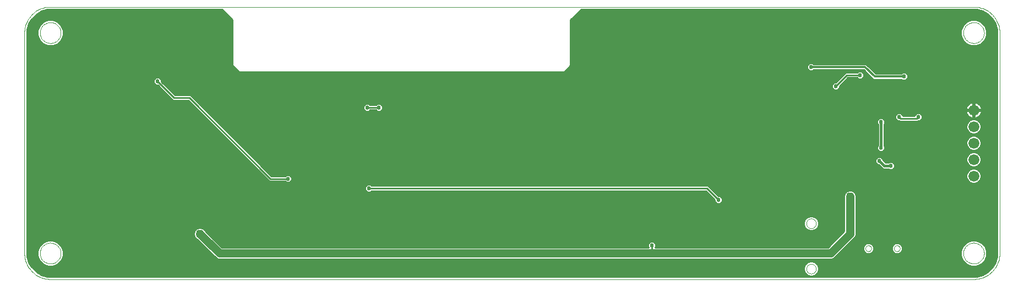
<source format=gbl>
G75*
G70*
%OFA0B0*%
%FSLAX24Y24*%
%IPPOS*%
%LPD*%
%AMOC8*
5,1,8,0,0,1.08239X$1,22.5*
%
%ADD10C,0.0000*%
%ADD11C,0.0660*%
%ADD12C,0.0100*%
%ADD13C,0.0246*%
%ADD14C,0.0500*%
%ADD15C,0.0160*%
%ADD16C,0.0120*%
D10*
X001725Y000937D02*
X057630Y000937D01*
X057000Y002512D02*
X057002Y002562D01*
X057008Y002612D01*
X057018Y002661D01*
X057032Y002709D01*
X057049Y002756D01*
X057070Y002801D01*
X057095Y002845D01*
X057123Y002886D01*
X057155Y002925D01*
X057189Y002962D01*
X057226Y002996D01*
X057266Y003026D01*
X057308Y003053D01*
X057352Y003077D01*
X057398Y003098D01*
X057445Y003114D01*
X057493Y003127D01*
X057543Y003136D01*
X057592Y003141D01*
X057643Y003142D01*
X057693Y003139D01*
X057742Y003132D01*
X057791Y003121D01*
X057839Y003106D01*
X057885Y003088D01*
X057930Y003066D01*
X057973Y003040D01*
X058014Y003011D01*
X058053Y002979D01*
X058089Y002944D01*
X058121Y002906D01*
X058151Y002866D01*
X058178Y002823D01*
X058201Y002779D01*
X058220Y002733D01*
X058236Y002685D01*
X058248Y002636D01*
X058256Y002587D01*
X058260Y002537D01*
X058260Y002487D01*
X058256Y002437D01*
X058248Y002388D01*
X058236Y002339D01*
X058220Y002291D01*
X058201Y002245D01*
X058178Y002201D01*
X058151Y002158D01*
X058121Y002118D01*
X058089Y002080D01*
X058053Y002045D01*
X058014Y002013D01*
X057973Y001984D01*
X057930Y001958D01*
X057885Y001936D01*
X057839Y001918D01*
X057791Y001903D01*
X057742Y001892D01*
X057693Y001885D01*
X057643Y001882D01*
X057592Y001883D01*
X057543Y001888D01*
X057493Y001897D01*
X057445Y001910D01*
X057398Y001926D01*
X057352Y001947D01*
X057308Y001971D01*
X057266Y001998D01*
X057226Y002028D01*
X057189Y002062D01*
X057155Y002099D01*
X057123Y002138D01*
X057095Y002179D01*
X057070Y002223D01*
X057049Y002268D01*
X057032Y002315D01*
X057018Y002363D01*
X057008Y002412D01*
X057002Y002462D01*
X057000Y002512D01*
X057630Y000937D02*
X057707Y000939D01*
X057784Y000945D01*
X057861Y000954D01*
X057937Y000967D01*
X058013Y000984D01*
X058087Y001005D01*
X058161Y001029D01*
X058233Y001057D01*
X058303Y001088D01*
X058372Y001123D01*
X058440Y001161D01*
X058505Y001202D01*
X058568Y001247D01*
X058629Y001295D01*
X058688Y001345D01*
X058744Y001398D01*
X058797Y001454D01*
X058847Y001513D01*
X058895Y001574D01*
X058940Y001637D01*
X058981Y001702D01*
X059019Y001770D01*
X059054Y001839D01*
X059085Y001909D01*
X059113Y001981D01*
X059137Y002055D01*
X059158Y002129D01*
X059175Y002205D01*
X059188Y002281D01*
X059197Y002358D01*
X059203Y002435D01*
X059205Y002512D01*
X059205Y015898D01*
X057000Y015898D02*
X057002Y015948D01*
X057008Y015998D01*
X057018Y016047D01*
X057032Y016095D01*
X057049Y016142D01*
X057070Y016187D01*
X057095Y016231D01*
X057123Y016272D01*
X057155Y016311D01*
X057189Y016348D01*
X057226Y016382D01*
X057266Y016412D01*
X057308Y016439D01*
X057352Y016463D01*
X057398Y016484D01*
X057445Y016500D01*
X057493Y016513D01*
X057543Y016522D01*
X057592Y016527D01*
X057643Y016528D01*
X057693Y016525D01*
X057742Y016518D01*
X057791Y016507D01*
X057839Y016492D01*
X057885Y016474D01*
X057930Y016452D01*
X057973Y016426D01*
X058014Y016397D01*
X058053Y016365D01*
X058089Y016330D01*
X058121Y016292D01*
X058151Y016252D01*
X058178Y016209D01*
X058201Y016165D01*
X058220Y016119D01*
X058236Y016071D01*
X058248Y016022D01*
X058256Y015973D01*
X058260Y015923D01*
X058260Y015873D01*
X058256Y015823D01*
X058248Y015774D01*
X058236Y015725D01*
X058220Y015677D01*
X058201Y015631D01*
X058178Y015587D01*
X058151Y015544D01*
X058121Y015504D01*
X058089Y015466D01*
X058053Y015431D01*
X058014Y015399D01*
X057973Y015370D01*
X057930Y015344D01*
X057885Y015322D01*
X057839Y015304D01*
X057791Y015289D01*
X057742Y015278D01*
X057693Y015271D01*
X057643Y015268D01*
X057592Y015269D01*
X057543Y015274D01*
X057493Y015283D01*
X057445Y015296D01*
X057398Y015312D01*
X057352Y015333D01*
X057308Y015357D01*
X057266Y015384D01*
X057226Y015414D01*
X057189Y015448D01*
X057155Y015485D01*
X057123Y015524D01*
X057095Y015565D01*
X057070Y015609D01*
X057049Y015654D01*
X057032Y015701D01*
X057018Y015749D01*
X057008Y015798D01*
X057002Y015848D01*
X057000Y015898D01*
X057630Y017473D02*
X057707Y017471D01*
X057784Y017465D01*
X057861Y017456D01*
X057937Y017443D01*
X058013Y017426D01*
X058087Y017405D01*
X058161Y017381D01*
X058233Y017353D01*
X058303Y017322D01*
X058372Y017287D01*
X058440Y017249D01*
X058505Y017208D01*
X058568Y017163D01*
X058629Y017115D01*
X058688Y017065D01*
X058744Y017012D01*
X058797Y016956D01*
X058847Y016897D01*
X058895Y016836D01*
X058940Y016773D01*
X058981Y016708D01*
X059019Y016640D01*
X059054Y016571D01*
X059085Y016501D01*
X059113Y016429D01*
X059137Y016355D01*
X059158Y016281D01*
X059175Y016205D01*
X059188Y016129D01*
X059197Y016052D01*
X059203Y015975D01*
X059205Y015898D01*
X057630Y017473D02*
X001725Y017473D01*
X001095Y015898D02*
X001097Y015948D01*
X001103Y015998D01*
X001113Y016047D01*
X001127Y016095D01*
X001144Y016142D01*
X001165Y016187D01*
X001190Y016231D01*
X001218Y016272D01*
X001250Y016311D01*
X001284Y016348D01*
X001321Y016382D01*
X001361Y016412D01*
X001403Y016439D01*
X001447Y016463D01*
X001493Y016484D01*
X001540Y016500D01*
X001588Y016513D01*
X001638Y016522D01*
X001687Y016527D01*
X001738Y016528D01*
X001788Y016525D01*
X001837Y016518D01*
X001886Y016507D01*
X001934Y016492D01*
X001980Y016474D01*
X002025Y016452D01*
X002068Y016426D01*
X002109Y016397D01*
X002148Y016365D01*
X002184Y016330D01*
X002216Y016292D01*
X002246Y016252D01*
X002273Y016209D01*
X002296Y016165D01*
X002315Y016119D01*
X002331Y016071D01*
X002343Y016022D01*
X002351Y015973D01*
X002355Y015923D01*
X002355Y015873D01*
X002351Y015823D01*
X002343Y015774D01*
X002331Y015725D01*
X002315Y015677D01*
X002296Y015631D01*
X002273Y015587D01*
X002246Y015544D01*
X002216Y015504D01*
X002184Y015466D01*
X002148Y015431D01*
X002109Y015399D01*
X002068Y015370D01*
X002025Y015344D01*
X001980Y015322D01*
X001934Y015304D01*
X001886Y015289D01*
X001837Y015278D01*
X001788Y015271D01*
X001738Y015268D01*
X001687Y015269D01*
X001638Y015274D01*
X001588Y015283D01*
X001540Y015296D01*
X001493Y015312D01*
X001447Y015333D01*
X001403Y015357D01*
X001361Y015384D01*
X001321Y015414D01*
X001284Y015448D01*
X001250Y015485D01*
X001218Y015524D01*
X001190Y015565D01*
X001165Y015609D01*
X001144Y015654D01*
X001127Y015701D01*
X001113Y015749D01*
X001103Y015798D01*
X001097Y015848D01*
X001095Y015898D01*
X000150Y015898D02*
X000152Y015975D01*
X000158Y016052D01*
X000167Y016129D01*
X000180Y016205D01*
X000197Y016281D01*
X000218Y016355D01*
X000242Y016429D01*
X000270Y016501D01*
X000301Y016571D01*
X000336Y016640D01*
X000374Y016708D01*
X000415Y016773D01*
X000460Y016836D01*
X000508Y016897D01*
X000558Y016956D01*
X000611Y017012D01*
X000667Y017065D01*
X000726Y017115D01*
X000787Y017163D01*
X000850Y017208D01*
X000915Y017249D01*
X000983Y017287D01*
X001052Y017322D01*
X001122Y017353D01*
X001194Y017381D01*
X001268Y017405D01*
X001342Y017426D01*
X001418Y017443D01*
X001494Y017456D01*
X001571Y017465D01*
X001648Y017471D01*
X001725Y017473D01*
X000150Y015898D02*
X000150Y002512D01*
X001095Y002512D02*
X001097Y002562D01*
X001103Y002612D01*
X001113Y002661D01*
X001127Y002709D01*
X001144Y002756D01*
X001165Y002801D01*
X001190Y002845D01*
X001218Y002886D01*
X001250Y002925D01*
X001284Y002962D01*
X001321Y002996D01*
X001361Y003026D01*
X001403Y003053D01*
X001447Y003077D01*
X001493Y003098D01*
X001540Y003114D01*
X001588Y003127D01*
X001638Y003136D01*
X001687Y003141D01*
X001738Y003142D01*
X001788Y003139D01*
X001837Y003132D01*
X001886Y003121D01*
X001934Y003106D01*
X001980Y003088D01*
X002025Y003066D01*
X002068Y003040D01*
X002109Y003011D01*
X002148Y002979D01*
X002184Y002944D01*
X002216Y002906D01*
X002246Y002866D01*
X002273Y002823D01*
X002296Y002779D01*
X002315Y002733D01*
X002331Y002685D01*
X002343Y002636D01*
X002351Y002587D01*
X002355Y002537D01*
X002355Y002487D01*
X002351Y002437D01*
X002343Y002388D01*
X002331Y002339D01*
X002315Y002291D01*
X002296Y002245D01*
X002273Y002201D01*
X002246Y002158D01*
X002216Y002118D01*
X002184Y002080D01*
X002148Y002045D01*
X002109Y002013D01*
X002068Y001984D01*
X002025Y001958D01*
X001980Y001936D01*
X001934Y001918D01*
X001886Y001903D01*
X001837Y001892D01*
X001788Y001885D01*
X001738Y001882D01*
X001687Y001883D01*
X001638Y001888D01*
X001588Y001897D01*
X001540Y001910D01*
X001493Y001926D01*
X001447Y001947D01*
X001403Y001971D01*
X001361Y001998D01*
X001321Y002028D01*
X001284Y002062D01*
X001250Y002099D01*
X001218Y002138D01*
X001190Y002179D01*
X001165Y002223D01*
X001144Y002268D01*
X001127Y002315D01*
X001113Y002363D01*
X001103Y002412D01*
X001097Y002462D01*
X001095Y002512D01*
X000150Y002512D02*
X000152Y002435D01*
X000158Y002358D01*
X000167Y002281D01*
X000180Y002205D01*
X000197Y002129D01*
X000218Y002055D01*
X000242Y001981D01*
X000270Y001909D01*
X000301Y001839D01*
X000336Y001770D01*
X000374Y001702D01*
X000415Y001637D01*
X000460Y001574D01*
X000508Y001513D01*
X000558Y001454D01*
X000611Y001398D01*
X000667Y001345D01*
X000726Y001295D01*
X000787Y001247D01*
X000850Y001202D01*
X000915Y001161D01*
X000983Y001123D01*
X001052Y001088D01*
X001122Y001057D01*
X001194Y001029D01*
X001268Y001005D01*
X001342Y000984D01*
X001418Y000967D01*
X001494Y000954D01*
X001571Y000945D01*
X001648Y000939D01*
X001725Y000937D01*
X047493Y001567D02*
X047495Y001601D01*
X047501Y001635D01*
X047511Y001668D01*
X047524Y001699D01*
X047542Y001729D01*
X047562Y001757D01*
X047586Y001782D01*
X047612Y001804D01*
X047640Y001822D01*
X047671Y001838D01*
X047703Y001850D01*
X047737Y001858D01*
X047771Y001862D01*
X047805Y001862D01*
X047839Y001858D01*
X047873Y001850D01*
X047905Y001838D01*
X047935Y001822D01*
X047964Y001804D01*
X047990Y001782D01*
X048014Y001757D01*
X048034Y001729D01*
X048052Y001699D01*
X048065Y001668D01*
X048075Y001635D01*
X048081Y001601D01*
X048083Y001567D01*
X048081Y001533D01*
X048075Y001499D01*
X048065Y001466D01*
X048052Y001435D01*
X048034Y001405D01*
X048014Y001377D01*
X047990Y001352D01*
X047964Y001330D01*
X047936Y001312D01*
X047905Y001296D01*
X047873Y001284D01*
X047839Y001276D01*
X047805Y001272D01*
X047771Y001272D01*
X047737Y001276D01*
X047703Y001284D01*
X047671Y001296D01*
X047640Y001312D01*
X047612Y001330D01*
X047586Y001352D01*
X047562Y001377D01*
X047542Y001405D01*
X047524Y001435D01*
X047511Y001466D01*
X047501Y001499D01*
X047495Y001533D01*
X047493Y001567D01*
X051075Y002807D02*
X051077Y002833D01*
X051083Y002859D01*
X051093Y002884D01*
X051106Y002907D01*
X051122Y002927D01*
X051142Y002945D01*
X051164Y002960D01*
X051187Y002972D01*
X051213Y002980D01*
X051239Y002984D01*
X051265Y002984D01*
X051291Y002980D01*
X051317Y002972D01*
X051341Y002960D01*
X051362Y002945D01*
X051382Y002927D01*
X051398Y002907D01*
X051411Y002884D01*
X051421Y002859D01*
X051427Y002833D01*
X051429Y002807D01*
X051427Y002781D01*
X051421Y002755D01*
X051411Y002730D01*
X051398Y002707D01*
X051382Y002687D01*
X051362Y002669D01*
X051340Y002654D01*
X051317Y002642D01*
X051291Y002634D01*
X051265Y002630D01*
X051239Y002630D01*
X051213Y002634D01*
X051187Y002642D01*
X051163Y002654D01*
X051142Y002669D01*
X051122Y002687D01*
X051106Y002707D01*
X051093Y002730D01*
X051083Y002755D01*
X051077Y002781D01*
X051075Y002807D01*
X052808Y002807D02*
X052810Y002833D01*
X052816Y002859D01*
X052826Y002884D01*
X052839Y002907D01*
X052855Y002927D01*
X052875Y002945D01*
X052897Y002960D01*
X052920Y002972D01*
X052946Y002980D01*
X052972Y002984D01*
X052998Y002984D01*
X053024Y002980D01*
X053050Y002972D01*
X053074Y002960D01*
X053095Y002945D01*
X053115Y002927D01*
X053131Y002907D01*
X053144Y002884D01*
X053154Y002859D01*
X053160Y002833D01*
X053162Y002807D01*
X053160Y002781D01*
X053154Y002755D01*
X053144Y002730D01*
X053131Y002707D01*
X053115Y002687D01*
X053095Y002669D01*
X053073Y002654D01*
X053050Y002642D01*
X053024Y002634D01*
X052998Y002630D01*
X052972Y002630D01*
X052946Y002634D01*
X052920Y002642D01*
X052896Y002654D01*
X052875Y002669D01*
X052855Y002687D01*
X052839Y002707D01*
X052826Y002730D01*
X052816Y002755D01*
X052810Y002781D01*
X052808Y002807D01*
X047493Y004323D02*
X047495Y004357D01*
X047501Y004391D01*
X047511Y004424D01*
X047524Y004455D01*
X047542Y004485D01*
X047562Y004513D01*
X047586Y004538D01*
X047612Y004560D01*
X047640Y004578D01*
X047671Y004594D01*
X047703Y004606D01*
X047737Y004614D01*
X047771Y004618D01*
X047805Y004618D01*
X047839Y004614D01*
X047873Y004606D01*
X047905Y004594D01*
X047935Y004578D01*
X047964Y004560D01*
X047990Y004538D01*
X048014Y004513D01*
X048034Y004485D01*
X048052Y004455D01*
X048065Y004424D01*
X048075Y004391D01*
X048081Y004357D01*
X048083Y004323D01*
X048081Y004289D01*
X048075Y004255D01*
X048065Y004222D01*
X048052Y004191D01*
X048034Y004161D01*
X048014Y004133D01*
X047990Y004108D01*
X047964Y004086D01*
X047936Y004068D01*
X047905Y004052D01*
X047873Y004040D01*
X047839Y004032D01*
X047805Y004028D01*
X047771Y004028D01*
X047737Y004032D01*
X047703Y004040D01*
X047671Y004052D01*
X047640Y004068D01*
X047612Y004086D01*
X047586Y004108D01*
X047562Y004133D01*
X047542Y004161D01*
X047524Y004191D01*
X047511Y004222D01*
X047501Y004255D01*
X047495Y004289D01*
X047493Y004323D01*
D11*
X057630Y007205D03*
X057630Y008205D03*
X057630Y009205D03*
X057630Y010205D03*
X057630Y011205D03*
D12*
X057582Y011181D02*
X021747Y011181D01*
X021703Y011137D02*
X021840Y011274D01*
X021840Y011467D01*
X021703Y011603D01*
X021510Y011603D01*
X021437Y011530D01*
X021087Y011530D01*
X021014Y011603D01*
X020821Y011603D01*
X020685Y011467D01*
X020685Y011274D01*
X020821Y011137D01*
X021014Y011137D01*
X021087Y011210D01*
X021437Y011210D01*
X021510Y011137D01*
X021703Y011137D01*
X021840Y011280D02*
X057156Y011280D01*
X057152Y011254D02*
X057162Y011318D01*
X057185Y011389D01*
X057220Y011457D01*
X057264Y011518D01*
X057318Y011571D01*
X057379Y011616D01*
X057446Y011650D01*
X057518Y011673D01*
X057582Y011683D01*
X057582Y011254D01*
X057679Y011254D01*
X057679Y011683D01*
X057743Y011673D01*
X057815Y011650D01*
X057882Y011616D01*
X057943Y011571D01*
X057996Y011518D01*
X058041Y011457D01*
X058075Y011389D01*
X058098Y011318D01*
X058109Y011254D01*
X057679Y011254D01*
X057679Y011157D01*
X058109Y011157D01*
X058098Y011093D01*
X058075Y011021D01*
X058041Y010954D01*
X057996Y010892D01*
X057943Y010839D01*
X057882Y010795D01*
X057815Y010760D01*
X057743Y010737D01*
X057679Y010727D01*
X057679Y011157D01*
X057582Y011157D01*
X057152Y011157D01*
X057162Y011093D01*
X057185Y011021D01*
X057220Y010954D01*
X057264Y010892D01*
X057318Y010839D01*
X057379Y010795D01*
X057446Y010760D01*
X057518Y010737D01*
X057582Y010727D01*
X057582Y011157D01*
X057582Y011254D01*
X057152Y011254D01*
X057182Y011378D02*
X021840Y011378D01*
X021830Y011477D02*
X057234Y011477D01*
X057323Y011575D02*
X021731Y011575D01*
X021607Y011370D02*
X020918Y011370D01*
X020685Y011378D02*
X010939Y011378D01*
X011038Y011280D02*
X020685Y011280D01*
X020777Y011181D02*
X011136Y011181D01*
X011235Y011083D02*
X057165Y011083D01*
X057204Y010984D02*
X054409Y010984D01*
X054380Y011013D02*
X054187Y011013D01*
X054051Y010876D01*
X054051Y010841D01*
X053336Y010841D01*
X053336Y010876D01*
X053199Y011013D01*
X053006Y011013D01*
X052870Y010876D01*
X052870Y010683D01*
X053006Y010547D01*
X053109Y010547D01*
X053135Y010521D01*
X054252Y010521D01*
X054277Y010547D01*
X054380Y010547D01*
X054517Y010683D01*
X054517Y010876D01*
X054380Y011013D01*
X054507Y010886D02*
X057271Y010886D01*
X057393Y010787D02*
X054517Y010787D01*
X054517Y010689D02*
X059055Y010689D01*
X059055Y010787D02*
X057868Y010787D01*
X057990Y010886D02*
X059055Y010886D01*
X059055Y010984D02*
X058057Y010984D01*
X058095Y011083D02*
X059055Y011083D01*
X059055Y011181D02*
X057679Y011181D01*
X057679Y011083D02*
X057582Y011083D01*
X057582Y010984D02*
X057679Y010984D01*
X057679Y010886D02*
X057582Y010886D01*
X057582Y010787D02*
X057679Y010787D01*
X057718Y010645D02*
X057543Y010645D01*
X057381Y010578D01*
X057257Y010454D01*
X057190Y010293D01*
X057190Y010118D01*
X057257Y009956D01*
X057381Y009832D01*
X057543Y009765D01*
X057718Y009765D01*
X057880Y009832D01*
X058003Y009956D01*
X058070Y010118D01*
X058070Y010293D01*
X058003Y010454D01*
X057880Y010578D01*
X057718Y010645D01*
X057850Y010590D02*
X059055Y010590D01*
X059055Y010492D02*
X057966Y010492D01*
X058029Y010393D02*
X059055Y010393D01*
X059055Y010295D02*
X058069Y010295D01*
X058070Y010196D02*
X059055Y010196D01*
X059055Y010098D02*
X058062Y010098D01*
X058021Y009999D02*
X059055Y009999D01*
X059055Y009901D02*
X057948Y009901D01*
X057808Y009802D02*
X059055Y009802D01*
X059055Y009704D02*
X052210Y009704D01*
X052210Y009802D02*
X057453Y009802D01*
X057312Y009901D02*
X052210Y009901D01*
X052210Y009999D02*
X057239Y009999D01*
X057198Y010098D02*
X052210Y010098D01*
X052210Y010196D02*
X057190Y010196D01*
X057191Y010295D02*
X052210Y010295D01*
X052210Y010345D02*
X052253Y010388D01*
X052253Y010581D01*
X052117Y010718D01*
X051924Y010718D01*
X051787Y010581D01*
X051787Y010388D01*
X051830Y010345D01*
X051830Y009049D01*
X051787Y009006D01*
X051787Y008813D01*
X051924Y008677D01*
X052117Y008677D01*
X052253Y008813D01*
X052253Y009006D01*
X052210Y009049D01*
X052210Y010345D01*
X052253Y010393D02*
X057232Y010393D01*
X057295Y010492D02*
X052253Y010492D01*
X052244Y010590D02*
X052963Y010590D01*
X052870Y010689D02*
X052145Y010689D01*
X051895Y010689D02*
X011629Y010689D01*
X011727Y010590D02*
X051796Y010590D01*
X051787Y010492D02*
X011826Y010492D01*
X011924Y010393D02*
X051787Y010393D01*
X051830Y010295D02*
X012023Y010295D01*
X012121Y010196D02*
X051830Y010196D01*
X051830Y010098D02*
X012220Y010098D01*
X012318Y009999D02*
X051830Y009999D01*
X051830Y009901D02*
X012417Y009901D01*
X012515Y009802D02*
X051830Y009802D01*
X051830Y009704D02*
X012614Y009704D01*
X012712Y009605D02*
X051830Y009605D01*
X051830Y009507D02*
X012811Y009507D01*
X012909Y009408D02*
X051830Y009408D01*
X051830Y009310D02*
X013008Y009310D01*
X013106Y009211D02*
X051830Y009211D01*
X051830Y009113D02*
X013205Y009113D01*
X013303Y009014D02*
X051795Y009014D01*
X051787Y008916D02*
X013402Y008916D01*
X013500Y008817D02*
X051787Y008817D01*
X051881Y008719D02*
X013599Y008719D01*
X013697Y008620D02*
X057483Y008620D01*
X057543Y008645D02*
X057381Y008578D01*
X057257Y008454D01*
X057190Y008293D01*
X057190Y008118D01*
X057257Y007956D01*
X057381Y007832D01*
X057543Y007765D01*
X057718Y007765D01*
X057880Y007832D01*
X059055Y007832D01*
X059055Y007734D02*
X052844Y007734D01*
X052844Y007731D02*
X052707Y007594D01*
X052514Y007594D01*
X052471Y007637D01*
X052138Y007637D01*
X051886Y007889D01*
X051825Y007889D01*
X051689Y008026D01*
X051689Y008219D01*
X051825Y008355D01*
X052018Y008355D01*
X052155Y008219D01*
X052155Y008158D01*
X052296Y008017D01*
X052471Y008017D01*
X052514Y008060D01*
X052707Y008060D01*
X052844Y007924D01*
X052844Y007731D01*
X052844Y007832D02*
X057381Y007832D01*
X057282Y007931D02*
X052836Y007931D01*
X052738Y008029D02*
X057227Y008029D01*
X057190Y008128D02*
X052185Y008128D01*
X052147Y008226D02*
X057190Y008226D01*
X057204Y008325D02*
X052049Y008325D01*
X051795Y008325D02*
X013993Y008325D01*
X014091Y008226D02*
X051696Y008226D01*
X051689Y008128D02*
X014190Y008128D01*
X014288Y008029D02*
X051689Y008029D01*
X051784Y007931D02*
X014387Y007931D01*
X014485Y007832D02*
X051943Y007832D01*
X052041Y007734D02*
X014584Y007734D01*
X014682Y007635D02*
X052473Y007635D01*
X052748Y007635D02*
X057519Y007635D01*
X057543Y007645D02*
X057381Y007578D01*
X057257Y007454D01*
X057190Y007293D01*
X057190Y007118D01*
X057257Y006956D01*
X057381Y006832D01*
X057543Y006765D01*
X057718Y006765D01*
X057880Y006832D01*
X058003Y006956D01*
X058070Y007118D01*
X058070Y007293D01*
X058003Y007454D01*
X057880Y007578D01*
X057718Y007645D01*
X057543Y007645D01*
X057741Y007635D02*
X059055Y007635D01*
X059055Y007537D02*
X057921Y007537D01*
X058010Y007438D02*
X059055Y007438D01*
X059055Y007340D02*
X058051Y007340D01*
X058070Y007241D02*
X059055Y007241D01*
X059055Y007143D02*
X058070Y007143D01*
X058040Y007044D02*
X059055Y007044D01*
X059055Y006946D02*
X057993Y006946D01*
X057895Y006847D02*
X059055Y006847D01*
X059055Y006749D02*
X000300Y006749D01*
X000300Y006847D02*
X015958Y006847D01*
X015925Y006880D02*
X015998Y006807D01*
X016191Y006807D01*
X016328Y006943D01*
X016328Y007136D01*
X016191Y007273D01*
X015998Y007273D01*
X015925Y007200D01*
X015118Y007200D01*
X010197Y012121D01*
X009271Y012121D01*
X008454Y012939D01*
X008454Y013042D01*
X008317Y013178D01*
X008124Y013178D01*
X007988Y013042D01*
X007988Y012849D01*
X008124Y012712D01*
X008228Y012712D01*
X009045Y011895D01*
X009139Y011801D01*
X010064Y011801D01*
X014892Y006973D01*
X014985Y006880D01*
X015925Y006880D01*
X016095Y007040D02*
X015052Y007040D01*
X010130Y011961D01*
X009205Y011961D01*
X008221Y012945D01*
X008454Y012954D02*
X049342Y012954D01*
X049271Y012883D02*
X049168Y012883D01*
X049031Y012747D01*
X049031Y012553D01*
X049168Y012417D01*
X049361Y012417D01*
X049497Y012553D01*
X049497Y012657D01*
X050019Y013179D01*
X050571Y013179D01*
X050644Y013106D01*
X050837Y013106D01*
X050974Y013242D01*
X050974Y013435D01*
X050837Y013572D01*
X050644Y013572D01*
X050571Y013499D01*
X049887Y013499D01*
X049271Y012883D01*
X049141Y012856D02*
X008536Y012856D01*
X008635Y012757D02*
X049042Y012757D01*
X049031Y012659D02*
X008733Y012659D01*
X008832Y012560D02*
X049031Y012560D01*
X049123Y012462D02*
X008930Y012462D01*
X009029Y012363D02*
X059055Y012363D01*
X059055Y012265D02*
X009127Y012265D01*
X009226Y012166D02*
X059055Y012166D01*
X059055Y012068D02*
X010250Y012068D01*
X010348Y011969D02*
X059055Y011969D01*
X059055Y011871D02*
X010447Y011871D01*
X010545Y011772D02*
X059055Y011772D01*
X059055Y011674D02*
X057739Y011674D01*
X057679Y011674D02*
X057582Y011674D01*
X057522Y011674D02*
X010644Y011674D01*
X010742Y011575D02*
X020793Y011575D01*
X020695Y011477D02*
X010841Y011477D01*
X010585Y011280D02*
X000300Y011280D01*
X000300Y011378D02*
X010487Y011378D01*
X010388Y011477D02*
X000300Y011477D01*
X000300Y011575D02*
X010290Y011575D01*
X010191Y011674D02*
X000300Y011674D01*
X000300Y011772D02*
X010093Y011772D01*
X009069Y011871D02*
X000300Y011871D01*
X000300Y011969D02*
X008970Y011969D01*
X008872Y012068D02*
X000300Y012068D01*
X000300Y012166D02*
X008773Y012166D01*
X008675Y012265D02*
X000300Y012265D01*
X000300Y012363D02*
X008576Y012363D01*
X008478Y012462D02*
X000300Y012462D01*
X000300Y012560D02*
X008379Y012560D01*
X008281Y012659D02*
X000300Y012659D01*
X000300Y012757D02*
X008079Y012757D01*
X007988Y012856D02*
X000300Y012856D01*
X000300Y012954D02*
X007988Y012954D01*
X007999Y013053D02*
X000300Y013053D01*
X000300Y013151D02*
X008098Y013151D01*
X008344Y013151D02*
X049539Y013151D01*
X049441Y013053D02*
X008443Y013053D01*
X012748Y013930D02*
X013142Y013536D01*
X032827Y013536D01*
X033221Y013930D01*
X033221Y016685D01*
X033858Y017323D01*
X057630Y017323D01*
X057816Y017311D01*
X058176Y017214D01*
X058429Y017068D01*
X058801Y016696D01*
X058947Y016443D01*
X059043Y016084D01*
X059055Y015898D01*
X059055Y002512D01*
X059043Y002326D01*
X058947Y001967D01*
X058947Y001967D01*
X058801Y001714D01*
X058429Y001342D01*
X058176Y001196D01*
X057816Y001100D01*
X057630Y001087D01*
X001725Y001087D01*
X001539Y001100D01*
X001180Y001196D01*
X000927Y001342D01*
X000554Y001714D01*
X000408Y001967D01*
X000312Y002326D01*
X000300Y002512D01*
X000300Y015898D01*
X000312Y016084D01*
X000408Y016443D01*
X000554Y016696D01*
X000927Y017068D01*
X001180Y017214D01*
X001539Y017311D01*
X001725Y017323D01*
X012111Y017323D01*
X012748Y016685D01*
X012748Y013930D01*
X012748Y013939D02*
X000300Y013939D01*
X000300Y013841D02*
X012837Y013841D01*
X012936Y013742D02*
X000300Y013742D01*
X000300Y013644D02*
X013034Y013644D01*
X013133Y013545D02*
X000300Y013545D01*
X000300Y013447D02*
X049835Y013447D01*
X049736Y013348D02*
X000300Y013348D01*
X000300Y013250D02*
X049638Y013250D01*
X049893Y013053D02*
X053256Y013053D01*
X053239Y013071D02*
X053302Y013008D01*
X053495Y013008D01*
X053631Y013144D01*
X053631Y013337D01*
X053495Y013474D01*
X053302Y013474D01*
X053239Y013411D01*
X051697Y013411D01*
X051206Y013902D01*
X051106Y014001D01*
X047947Y014001D01*
X047884Y014064D01*
X047691Y014064D01*
X047555Y013928D01*
X047555Y013735D01*
X047691Y013598D01*
X047884Y013598D01*
X047947Y013661D01*
X050965Y013661D01*
X051556Y013071D01*
X053239Y013071D01*
X053540Y013053D02*
X059055Y013053D01*
X059055Y013151D02*
X053631Y013151D01*
X053631Y013250D02*
X059055Y013250D01*
X059055Y013348D02*
X053620Y013348D01*
X053521Y013447D02*
X059055Y013447D01*
X059055Y013545D02*
X051562Y013545D01*
X051660Y013447D02*
X053275Y013447D01*
X051463Y013644D02*
X059055Y013644D01*
X059055Y013742D02*
X051365Y013742D01*
X051266Y013841D02*
X059055Y013841D01*
X059055Y013939D02*
X051168Y013939D01*
X050983Y013644D02*
X047930Y013644D01*
X047645Y013644D02*
X032935Y013644D01*
X032837Y013545D02*
X050618Y013545D01*
X050741Y013339D02*
X049953Y013339D01*
X049264Y012650D01*
X049406Y012462D02*
X059055Y012462D01*
X059055Y012560D02*
X049497Y012560D01*
X049499Y012659D02*
X059055Y012659D01*
X059055Y012757D02*
X049598Y012757D01*
X049696Y012856D02*
X059055Y012856D01*
X059055Y012954D02*
X049795Y012954D01*
X049992Y013151D02*
X050599Y013151D01*
X050883Y013151D02*
X051475Y013151D01*
X051377Y013250D02*
X050974Y013250D01*
X050974Y013348D02*
X051278Y013348D01*
X051180Y013447D02*
X050962Y013447D01*
X050864Y013545D02*
X051081Y013545D01*
X047910Y014038D02*
X059055Y014038D01*
X059055Y014136D02*
X033221Y014136D01*
X033221Y014038D02*
X047665Y014038D01*
X047567Y013939D02*
X033221Y013939D01*
X033132Y013841D02*
X047555Y013841D01*
X047555Y013742D02*
X033034Y013742D01*
X033221Y014235D02*
X059055Y014235D01*
X059055Y014333D02*
X033221Y014333D01*
X033221Y014432D02*
X059055Y014432D01*
X059055Y014530D02*
X033221Y014530D01*
X033221Y014629D02*
X059055Y014629D01*
X059055Y014727D02*
X033221Y014727D01*
X033221Y014826D02*
X059055Y014826D01*
X059055Y014924D02*
X033221Y014924D01*
X033221Y015023D02*
X059055Y015023D01*
X059055Y015121D02*
X057793Y015121D01*
X057785Y015118D02*
X058072Y015237D01*
X058291Y015456D01*
X058410Y015743D01*
X058410Y016053D01*
X058291Y016340D01*
X058072Y016559D01*
X057785Y016678D01*
X057475Y016678D01*
X057189Y016559D01*
X056969Y016340D01*
X056850Y016053D01*
X056850Y015743D01*
X056969Y015456D01*
X057189Y015237D01*
X057475Y015118D01*
X057785Y015118D01*
X058031Y015220D02*
X059055Y015220D01*
X059055Y015318D02*
X058154Y015318D01*
X058252Y015417D02*
X059055Y015417D01*
X059055Y015515D02*
X058316Y015515D01*
X058357Y015614D02*
X059055Y015614D01*
X059055Y015712D02*
X058398Y015712D01*
X058410Y015811D02*
X059055Y015811D01*
X059054Y015909D02*
X058410Y015909D01*
X058410Y016008D02*
X059048Y016008D01*
X059037Y016106D02*
X058388Y016106D01*
X058347Y016205D02*
X059011Y016205D01*
X058984Y016303D02*
X058307Y016303D01*
X058229Y016402D02*
X058958Y016402D01*
X058914Y016500D02*
X058131Y016500D01*
X057976Y016599D02*
X058857Y016599D01*
X058799Y016697D02*
X033233Y016697D01*
X033221Y016599D02*
X057284Y016599D01*
X057130Y016500D02*
X033221Y016500D01*
X033221Y016402D02*
X057031Y016402D01*
X056954Y016303D02*
X033221Y016303D01*
X033221Y016205D02*
X056913Y016205D01*
X056872Y016106D02*
X033221Y016106D01*
X033221Y016008D02*
X056850Y016008D01*
X056850Y015909D02*
X033221Y015909D01*
X033221Y015811D02*
X056850Y015811D01*
X056863Y015712D02*
X033221Y015712D01*
X033221Y015614D02*
X056904Y015614D01*
X056945Y015515D02*
X033221Y015515D01*
X033221Y015417D02*
X057008Y015417D01*
X057107Y015318D02*
X033221Y015318D01*
X033221Y015220D02*
X057229Y015220D01*
X057467Y015121D02*
X033221Y015121D01*
X033331Y016796D02*
X058701Y016796D01*
X058602Y016894D02*
X033430Y016894D01*
X033528Y016993D02*
X058504Y016993D01*
X058388Y017091D02*
X033627Y017091D01*
X033725Y017190D02*
X058218Y017190D01*
X057899Y017288D02*
X033824Y017288D01*
X021482Y011575D02*
X021042Y011575D01*
X021058Y011181D02*
X021466Y011181D01*
X013146Y008719D02*
X000300Y008719D01*
X000300Y008817D02*
X013048Y008817D01*
X012949Y008916D02*
X000300Y008916D01*
X000300Y009014D02*
X012851Y009014D01*
X012752Y009113D02*
X000300Y009113D01*
X000300Y009211D02*
X012654Y009211D01*
X012555Y009310D02*
X000300Y009310D01*
X000300Y009408D02*
X012457Y009408D01*
X012358Y009507D02*
X000300Y009507D01*
X000300Y009605D02*
X012260Y009605D01*
X012161Y009704D02*
X000300Y009704D01*
X000300Y009802D02*
X012063Y009802D01*
X011964Y009901D02*
X000300Y009901D01*
X000300Y009999D02*
X011866Y009999D01*
X011767Y010098D02*
X000300Y010098D01*
X000300Y010196D02*
X011669Y010196D01*
X011570Y010295D02*
X000300Y010295D01*
X000300Y010393D02*
X011472Y010393D01*
X011373Y010492D02*
X000300Y010492D01*
X000300Y010590D02*
X011275Y010590D01*
X011176Y010689D02*
X000300Y010689D01*
X000300Y010787D02*
X011078Y010787D01*
X010979Y010886D02*
X000300Y010886D01*
X000300Y010984D02*
X010881Y010984D01*
X010782Y011083D02*
X000300Y011083D01*
X000300Y011181D02*
X010684Y011181D01*
X011333Y010984D02*
X052978Y010984D01*
X052879Y010886D02*
X011432Y010886D01*
X011530Y010787D02*
X052870Y010787D01*
X053103Y010780D02*
X053201Y010681D01*
X054185Y010681D01*
X054284Y010780D01*
X054424Y010590D02*
X057411Y010590D01*
X057582Y011280D02*
X057679Y011280D01*
X057679Y011378D02*
X057582Y011378D01*
X057582Y011477D02*
X057679Y011477D01*
X057679Y011575D02*
X057582Y011575D01*
X057937Y011575D02*
X059055Y011575D01*
X059055Y011477D02*
X058026Y011477D01*
X058079Y011378D02*
X059055Y011378D01*
X059055Y011280D02*
X058104Y011280D01*
X054159Y010984D02*
X053228Y010984D01*
X053326Y010886D02*
X054060Y010886D01*
X052210Y009605D02*
X057447Y009605D01*
X057381Y009578D02*
X057257Y009454D01*
X057190Y009293D01*
X057190Y009118D01*
X057257Y008956D01*
X057381Y008832D01*
X057543Y008765D01*
X057718Y008765D01*
X057880Y008832D01*
X058003Y008956D01*
X058070Y009118D01*
X058070Y009293D01*
X058003Y009454D01*
X057880Y009578D01*
X057718Y009645D01*
X057543Y009645D01*
X057381Y009578D01*
X057310Y009507D02*
X052210Y009507D01*
X052210Y009408D02*
X057238Y009408D01*
X057197Y009310D02*
X052210Y009310D01*
X052210Y009211D02*
X057190Y009211D01*
X057192Y009113D02*
X052210Y009113D01*
X052245Y009014D02*
X057233Y009014D01*
X057297Y008916D02*
X052253Y008916D01*
X052253Y008817D02*
X057417Y008817D01*
X057543Y008645D02*
X057718Y008645D01*
X057880Y008578D01*
X058003Y008454D01*
X058070Y008293D01*
X058070Y008118D01*
X058003Y007956D01*
X057880Y007832D01*
X057978Y007931D02*
X059055Y007931D01*
X059055Y008029D02*
X058034Y008029D01*
X058070Y008128D02*
X059055Y008128D01*
X059055Y008226D02*
X058070Y008226D01*
X058057Y008325D02*
X059055Y008325D01*
X059055Y008423D02*
X058016Y008423D01*
X057936Y008522D02*
X059055Y008522D01*
X059055Y008620D02*
X057777Y008620D01*
X057325Y008522D02*
X013796Y008522D01*
X013894Y008423D02*
X057244Y008423D01*
X057844Y008817D02*
X059055Y008817D01*
X059055Y008719D02*
X052159Y008719D01*
X052283Y008029D02*
X052483Y008029D01*
X057190Y007241D02*
X016223Y007241D01*
X016321Y007143D02*
X057190Y007143D01*
X057221Y007044D02*
X016328Y007044D01*
X016328Y006946D02*
X057267Y006946D01*
X057366Y006847D02*
X016232Y006847D01*
X016095Y007040D02*
X015111Y007040D01*
X014919Y006946D02*
X000300Y006946D01*
X000300Y007044D02*
X014821Y007044D01*
X014722Y007143D02*
X000300Y007143D01*
X000300Y007241D02*
X014624Y007241D01*
X014525Y007340D02*
X000300Y007340D01*
X000300Y007438D02*
X014427Y007438D01*
X014328Y007537D02*
X000300Y007537D01*
X000300Y007635D02*
X014230Y007635D01*
X014131Y007734D02*
X000300Y007734D01*
X000300Y007832D02*
X014033Y007832D01*
X013934Y007931D02*
X000300Y007931D01*
X000300Y008029D02*
X013836Y008029D01*
X013737Y008128D02*
X000300Y008128D01*
X000300Y008226D02*
X013639Y008226D01*
X013540Y008325D02*
X000300Y008325D01*
X000300Y008423D02*
X013442Y008423D01*
X013343Y008522D02*
X000300Y008522D01*
X000300Y008620D02*
X013245Y008620D01*
X014781Y007537D02*
X057340Y007537D01*
X057251Y007438D02*
X014879Y007438D01*
X014978Y007340D02*
X057210Y007340D01*
X059055Y006650D02*
X021144Y006650D01*
X021113Y006682D02*
X021186Y006609D01*
X041555Y006609D01*
X042171Y005993D01*
X042274Y005993D01*
X042411Y005857D01*
X042411Y005664D01*
X042274Y005527D01*
X042081Y005527D01*
X041945Y005664D01*
X041945Y005767D01*
X041422Y006289D01*
X021186Y006289D01*
X021113Y006216D01*
X020920Y006216D01*
X020783Y006353D01*
X020783Y006546D01*
X020920Y006682D01*
X021113Y006682D01*
X020888Y006650D02*
X000300Y006650D01*
X000300Y006552D02*
X020789Y006552D01*
X020783Y006453D02*
X000300Y006453D01*
X000300Y006355D02*
X020783Y006355D01*
X020879Y006256D02*
X000300Y006256D01*
X000300Y006158D02*
X041554Y006158D01*
X041652Y006059D02*
X000300Y006059D01*
X000300Y005961D02*
X041751Y005961D01*
X041849Y005862D02*
X000300Y005862D01*
X000300Y005764D02*
X041945Y005764D01*
X041945Y005665D02*
X000300Y005665D01*
X000300Y005567D02*
X042041Y005567D01*
X042178Y005760D02*
X041489Y006449D01*
X021016Y006449D01*
X021153Y006256D02*
X041455Y006256D01*
X041711Y006453D02*
X059055Y006453D01*
X059055Y006355D02*
X041809Y006355D01*
X041908Y006256D02*
X049923Y006256D01*
X049955Y006289D02*
X049819Y006152D01*
X049819Y006098D01*
X049790Y006029D01*
X049790Y003842D01*
X048820Y002872D01*
X038339Y002872D01*
X038375Y002908D01*
X038375Y003101D01*
X038239Y003237D01*
X038046Y003237D01*
X037909Y003101D01*
X037909Y002908D01*
X037945Y002872D01*
X012110Y002872D01*
X011184Y003799D01*
X011111Y003871D01*
X011111Y003888D01*
X010975Y004025D01*
X010921Y004025D01*
X010852Y004053D01*
X010708Y004053D01*
X010639Y004025D01*
X010585Y004025D01*
X010449Y003888D01*
X010449Y003834D01*
X010420Y003765D01*
X010420Y003622D01*
X010449Y003553D01*
X010449Y003498D01*
X010585Y003362D01*
X010602Y003362D01*
X010674Y003290D01*
X011757Y002207D01*
X011889Y002152D01*
X049041Y002152D01*
X049173Y002207D01*
X050354Y003388D01*
X050455Y003489D01*
X050510Y003622D01*
X050510Y006029D01*
X050481Y006098D01*
X050481Y006152D01*
X050345Y006289D01*
X050291Y006289D01*
X050222Y006317D01*
X050078Y006317D01*
X050009Y006289D01*
X049955Y006289D01*
X049824Y006158D02*
X042006Y006158D01*
X042105Y006059D02*
X049803Y006059D01*
X049790Y005961D02*
X042306Y005961D01*
X042405Y005862D02*
X049790Y005862D01*
X049790Y005764D02*
X042411Y005764D01*
X042411Y005665D02*
X049790Y005665D01*
X049790Y005567D02*
X042314Y005567D01*
X041612Y006552D02*
X059055Y006552D01*
X059055Y006256D02*
X050377Y006256D01*
X050476Y006158D02*
X059055Y006158D01*
X059055Y006059D02*
X050497Y006059D01*
X050510Y005961D02*
X059055Y005961D01*
X059055Y005862D02*
X050510Y005862D01*
X050510Y005764D02*
X059055Y005764D01*
X059055Y005665D02*
X050510Y005665D01*
X050510Y005567D02*
X059055Y005567D01*
X059055Y005468D02*
X050510Y005468D01*
X050510Y005370D02*
X059055Y005370D01*
X059055Y005271D02*
X050510Y005271D01*
X050510Y005173D02*
X059055Y005173D01*
X059055Y005074D02*
X050510Y005074D01*
X050510Y004976D02*
X059055Y004976D01*
X059055Y004877D02*
X050510Y004877D01*
X050510Y004779D02*
X059055Y004779D01*
X059055Y004680D02*
X050510Y004680D01*
X050510Y004582D02*
X059055Y004582D01*
X059055Y004483D02*
X050510Y004483D01*
X050510Y004385D02*
X059055Y004385D01*
X059055Y004286D02*
X050510Y004286D01*
X050510Y004188D02*
X059055Y004188D01*
X059055Y004089D02*
X050510Y004089D01*
X050510Y003991D02*
X059055Y003991D01*
X059055Y003892D02*
X050510Y003892D01*
X050510Y003794D02*
X059055Y003794D01*
X059055Y003695D02*
X050510Y003695D01*
X050500Y003597D02*
X059055Y003597D01*
X059055Y003498D02*
X050459Y003498D01*
X050366Y003400D02*
X059055Y003400D01*
X059055Y003301D02*
X050267Y003301D01*
X050169Y003203D02*
X057260Y003203D01*
X057189Y003173D02*
X056969Y002954D01*
X056850Y002667D01*
X056850Y002357D01*
X056969Y002070D01*
X057189Y001851D01*
X057475Y001732D01*
X057785Y001732D01*
X058072Y001851D01*
X058291Y002070D01*
X058410Y002357D01*
X058410Y002667D01*
X058291Y002954D01*
X058072Y003173D01*
X057785Y003292D01*
X057475Y003292D01*
X057189Y003173D01*
X057120Y003104D02*
X053123Y003104D01*
X053170Y003085D02*
X053050Y003135D01*
X052920Y003135D01*
X052799Y003085D01*
X052707Y002993D01*
X052657Y002873D01*
X052657Y002742D01*
X052707Y002622D01*
X052799Y002530D01*
X052920Y002480D01*
X053050Y002480D01*
X053170Y002530D01*
X053262Y002622D01*
X053312Y002742D01*
X053312Y002873D01*
X053262Y002993D01*
X053170Y003085D01*
X053249Y003006D02*
X057021Y003006D01*
X056950Y002907D02*
X053297Y002907D01*
X053312Y002809D02*
X056909Y002809D01*
X056868Y002710D02*
X053299Y002710D01*
X053252Y002612D02*
X056850Y002612D01*
X056850Y002513D02*
X053130Y002513D01*
X052840Y002513D02*
X051397Y002513D01*
X051438Y002530D02*
X051530Y002622D01*
X051580Y002742D01*
X051580Y002873D01*
X051530Y002993D01*
X051438Y003085D01*
X051317Y003135D01*
X051187Y003135D01*
X051067Y003085D01*
X050975Y002993D01*
X050925Y002873D01*
X050925Y002742D01*
X050975Y002622D01*
X051067Y002530D01*
X051187Y002480D01*
X051317Y002480D01*
X051438Y002530D01*
X051519Y002612D02*
X052718Y002612D01*
X052671Y002710D02*
X051566Y002710D01*
X051580Y002809D02*
X052657Y002809D01*
X052672Y002907D02*
X051565Y002907D01*
X051517Y003006D02*
X052720Y003006D01*
X052847Y003104D02*
X051390Y003104D01*
X051114Y003104D02*
X050070Y003104D01*
X049972Y003006D02*
X050988Y003006D01*
X050940Y002907D02*
X049873Y002907D01*
X049775Y002809D02*
X050925Y002809D01*
X050938Y002710D02*
X049676Y002710D01*
X049578Y002612D02*
X050985Y002612D01*
X051107Y002513D02*
X049479Y002513D01*
X049381Y002415D02*
X056850Y002415D01*
X056867Y002316D02*
X049282Y002316D01*
X049184Y002218D02*
X056908Y002218D01*
X056949Y002119D02*
X002406Y002119D01*
X002386Y002070D02*
X002505Y002357D01*
X002505Y002667D01*
X002386Y002954D01*
X002167Y003173D01*
X001880Y003292D01*
X001570Y003292D01*
X001283Y003173D01*
X001064Y002954D01*
X000945Y002667D01*
X000945Y002357D01*
X001064Y002070D01*
X001283Y001851D01*
X001570Y001732D01*
X001880Y001732D01*
X002167Y001851D01*
X002386Y002070D01*
X002336Y002021D02*
X057019Y002021D01*
X057117Y001922D02*
X048062Y001922D01*
X048040Y001945D02*
X047876Y002013D01*
X047699Y002013D01*
X047536Y001945D01*
X047410Y001820D01*
X047343Y001656D01*
X047343Y001479D01*
X047410Y001315D01*
X047536Y001190D01*
X047699Y001122D01*
X047876Y001122D01*
X048040Y001190D01*
X048165Y001315D01*
X048233Y001479D01*
X048233Y001656D01*
X048165Y001820D01*
X048040Y001945D01*
X048161Y001824D02*
X057254Y001824D01*
X058007Y001824D02*
X058864Y001824D01*
X058921Y001922D02*
X058143Y001922D01*
X058242Y002021D02*
X058961Y002021D01*
X058988Y002119D02*
X058312Y002119D01*
X058353Y002218D02*
X059014Y002218D01*
X059040Y002316D02*
X058393Y002316D01*
X058410Y002415D02*
X059049Y002415D01*
X059055Y002513D02*
X058410Y002513D01*
X058410Y002612D02*
X059055Y002612D01*
X059055Y002710D02*
X058392Y002710D01*
X058352Y002809D02*
X059055Y002809D01*
X059055Y002907D02*
X058311Y002907D01*
X058240Y003006D02*
X059055Y003006D01*
X059055Y003104D02*
X058141Y003104D01*
X058001Y003203D02*
X059055Y003203D01*
X058807Y001725D02*
X048204Y001725D01*
X048233Y001627D02*
X058714Y001627D01*
X058615Y001528D02*
X048233Y001528D01*
X048213Y001430D02*
X058517Y001430D01*
X058410Y001331D02*
X048172Y001331D01*
X048083Y001233D02*
X058240Y001233D01*
X057946Y001134D02*
X047906Y001134D01*
X047669Y001134D02*
X001409Y001134D01*
X001115Y001233D02*
X047493Y001233D01*
X047404Y001331D02*
X000945Y001331D01*
X000839Y001430D02*
X047363Y001430D01*
X047343Y001528D02*
X000740Y001528D01*
X000642Y001627D02*
X047343Y001627D01*
X047371Y001725D02*
X000548Y001725D01*
X000491Y001824D02*
X001348Y001824D01*
X001212Y001922D02*
X000434Y001922D01*
X000394Y002021D02*
X001113Y002021D01*
X001043Y002119D02*
X000368Y002119D01*
X000341Y002218D02*
X001003Y002218D01*
X000962Y002316D02*
X000315Y002316D01*
X000306Y002415D02*
X000945Y002415D01*
X000945Y002513D02*
X000300Y002513D01*
X000300Y002612D02*
X000945Y002612D01*
X000963Y002710D02*
X000300Y002710D01*
X000300Y002809D02*
X001004Y002809D01*
X001044Y002907D02*
X000300Y002907D01*
X000300Y003006D02*
X001116Y003006D01*
X001214Y003104D02*
X000300Y003104D01*
X000300Y003203D02*
X001354Y003203D01*
X002095Y003203D02*
X010761Y003203D01*
X010663Y003301D02*
X000300Y003301D01*
X000300Y003400D02*
X010547Y003400D01*
X010449Y003498D02*
X000300Y003498D01*
X000300Y003597D02*
X010430Y003597D01*
X010420Y003695D02*
X000300Y003695D01*
X000300Y003794D02*
X010432Y003794D01*
X010453Y003892D02*
X000300Y003892D01*
X000300Y003991D02*
X010551Y003991D01*
X011009Y003991D02*
X047490Y003991D01*
X047536Y003946D02*
X047699Y003878D01*
X047876Y003878D01*
X048040Y003946D01*
X048165Y004071D01*
X048233Y004235D01*
X048233Y004412D01*
X048165Y004575D01*
X048040Y004701D01*
X047876Y004769D01*
X047699Y004769D01*
X047536Y004701D01*
X047410Y004575D01*
X047343Y004412D01*
X047343Y004235D01*
X047410Y004071D01*
X047536Y003946D01*
X047664Y003892D02*
X011107Y003892D01*
X011188Y003794D02*
X049741Y003794D01*
X049790Y003892D02*
X047911Y003892D01*
X048085Y003991D02*
X049790Y003991D01*
X049790Y004089D02*
X048173Y004089D01*
X048214Y004188D02*
X049790Y004188D01*
X049790Y004286D02*
X048233Y004286D01*
X048233Y004385D02*
X049790Y004385D01*
X049790Y004483D02*
X048203Y004483D01*
X048159Y004582D02*
X049790Y004582D01*
X049790Y004680D02*
X048060Y004680D01*
X047515Y004680D02*
X000300Y004680D01*
X000300Y004582D02*
X047417Y004582D01*
X047372Y004483D02*
X000300Y004483D01*
X000300Y004385D02*
X047343Y004385D01*
X047343Y004286D02*
X000300Y004286D01*
X000300Y004188D02*
X047362Y004188D01*
X047403Y004089D02*
X000300Y004089D01*
X000300Y004779D02*
X049790Y004779D01*
X049790Y004877D02*
X000300Y004877D01*
X000300Y004976D02*
X049790Y004976D01*
X049790Y005074D02*
X000300Y005074D01*
X000300Y005173D02*
X049790Y005173D01*
X049790Y005271D02*
X000300Y005271D01*
X000300Y005370D02*
X049790Y005370D01*
X049790Y005468D02*
X000300Y005468D01*
X002236Y003104D02*
X010860Y003104D01*
X010958Y003006D02*
X002334Y003006D01*
X002405Y002907D02*
X011057Y002907D01*
X011155Y002809D02*
X002446Y002809D01*
X002487Y002710D02*
X011254Y002710D01*
X011352Y002612D02*
X002505Y002612D01*
X002505Y002513D02*
X011451Y002513D01*
X011549Y002415D02*
X002505Y002415D01*
X002488Y002316D02*
X011648Y002316D01*
X011746Y002218D02*
X002447Y002218D01*
X002238Y001922D02*
X047513Y001922D01*
X047415Y001824D02*
X002101Y001824D01*
X011287Y003695D02*
X049643Y003695D01*
X049544Y003597D02*
X011385Y003597D01*
X011484Y003498D02*
X049446Y003498D01*
X049347Y003400D02*
X011582Y003400D01*
X011681Y003301D02*
X049249Y003301D01*
X049150Y003203D02*
X038273Y003203D01*
X038372Y003104D02*
X049052Y003104D01*
X048953Y003006D02*
X038375Y003006D01*
X038375Y002907D02*
X048855Y002907D01*
X050150Y005957D02*
X050052Y006056D01*
X057963Y008916D02*
X059055Y008916D01*
X059055Y009014D02*
X058028Y009014D01*
X058068Y009113D02*
X059055Y009113D01*
X059055Y009211D02*
X058070Y009211D01*
X058063Y009310D02*
X059055Y009310D01*
X059055Y009408D02*
X058022Y009408D01*
X057951Y009507D02*
X059055Y009507D01*
X059055Y009605D02*
X057814Y009605D01*
X038011Y003203D02*
X011779Y003203D01*
X011878Y003104D02*
X037913Y003104D01*
X037909Y003006D02*
X011976Y003006D01*
X012075Y002907D02*
X037910Y002907D01*
X038142Y003004D02*
X038142Y002611D01*
X038044Y002512D01*
X015967Y007241D02*
X015076Y007241D01*
X012748Y014038D02*
X000300Y014038D01*
X000300Y014136D02*
X012748Y014136D01*
X012748Y014235D02*
X000300Y014235D01*
X000300Y014333D02*
X012748Y014333D01*
X012748Y014432D02*
X000300Y014432D01*
X000300Y014530D02*
X012748Y014530D01*
X012748Y014629D02*
X000300Y014629D01*
X000300Y014727D02*
X012748Y014727D01*
X012748Y014826D02*
X000300Y014826D01*
X000300Y014924D02*
X012748Y014924D01*
X012748Y015023D02*
X000300Y015023D01*
X000300Y015121D02*
X001562Y015121D01*
X001570Y015118D02*
X001880Y015118D01*
X002167Y015237D01*
X002386Y015456D01*
X002505Y015743D01*
X002505Y016053D01*
X002386Y016340D01*
X002167Y016559D01*
X001880Y016678D01*
X001570Y016678D01*
X001283Y016559D01*
X001064Y016340D01*
X000945Y016053D01*
X000945Y015743D01*
X001064Y015456D01*
X001283Y015237D01*
X001570Y015118D01*
X001324Y015220D02*
X000300Y015220D01*
X000300Y015318D02*
X001201Y015318D01*
X001103Y015417D02*
X000300Y015417D01*
X000300Y015515D02*
X001039Y015515D01*
X000998Y015614D02*
X000300Y015614D01*
X000300Y015712D02*
X000957Y015712D01*
X000945Y015811D02*
X000300Y015811D01*
X000301Y015909D02*
X000945Y015909D01*
X000945Y016008D02*
X000307Y016008D01*
X000318Y016106D02*
X000967Y016106D01*
X001008Y016205D02*
X000345Y016205D01*
X000371Y016303D02*
X001049Y016303D01*
X001126Y016402D02*
X000397Y016402D01*
X000441Y016500D02*
X001224Y016500D01*
X001379Y016599D02*
X000498Y016599D01*
X000556Y016697D02*
X012736Y016697D01*
X012748Y016599D02*
X002071Y016599D01*
X002225Y016500D02*
X012748Y016500D01*
X012748Y016402D02*
X002324Y016402D01*
X002401Y016303D02*
X012748Y016303D01*
X012748Y016205D02*
X002442Y016205D01*
X002483Y016106D02*
X012748Y016106D01*
X012748Y016008D02*
X002505Y016008D01*
X002505Y015909D02*
X012748Y015909D01*
X012748Y015811D02*
X002505Y015811D01*
X002492Y015712D02*
X012748Y015712D01*
X012748Y015614D02*
X002451Y015614D01*
X002411Y015515D02*
X012748Y015515D01*
X012748Y015417D02*
X002347Y015417D01*
X002248Y015318D02*
X012748Y015318D01*
X012748Y015220D02*
X002126Y015220D01*
X001888Y015121D02*
X012748Y015121D01*
X012638Y016796D02*
X000654Y016796D01*
X000753Y016894D02*
X012539Y016894D01*
X012441Y016993D02*
X000851Y016993D01*
X000967Y017091D02*
X012342Y017091D01*
X012244Y017190D02*
X001137Y017190D01*
X001456Y017288D02*
X012145Y017288D01*
D13*
X011961Y016685D03*
X012355Y016292D03*
X011174Y016685D03*
X010386Y016685D03*
X009599Y016685D03*
X008811Y016685D03*
X008024Y016685D03*
X007237Y016685D03*
X006449Y016685D03*
X005662Y016685D03*
X004874Y016685D03*
X004087Y016685D03*
X003300Y016685D03*
X004284Y015701D03*
X004678Y015701D03*
X005071Y015701D03*
X004284Y015307D03*
X004284Y014914D03*
X004284Y014520D03*
X003300Y014323D03*
X002119Y014323D03*
X000937Y014323D03*
X000937Y013536D03*
X000937Y012748D03*
X000937Y011961D03*
X000937Y011174D03*
X003300Y011961D03*
X008221Y012945D03*
X006843Y013536D03*
X006843Y013930D03*
X003300Y015504D03*
X008221Y015701D03*
X008418Y015701D03*
X012355Y015504D03*
X012355Y014717D03*
X012355Y013930D03*
X012748Y013536D03*
X013142Y013142D03*
X013930Y013142D03*
X014717Y013142D03*
X015504Y013142D03*
X016292Y013142D03*
X017079Y013142D03*
X017867Y013142D03*
X018654Y013142D03*
X019441Y013142D03*
X021410Y013142D03*
X022197Y013142D03*
X022985Y013142D03*
X023772Y013142D03*
X024559Y013142D03*
X027119Y012355D03*
X028496Y011961D03*
X030071Y011961D03*
X033221Y011961D03*
X034796Y011961D03*
X036370Y011961D03*
X037945Y011961D03*
X039520Y011961D03*
X041095Y011961D03*
X042670Y011961D03*
X042670Y010386D03*
X041095Y010386D03*
X039520Y010386D03*
X037945Y010386D03*
X036370Y010386D03*
X034796Y010386D03*
X033221Y010386D03*
X031646Y010386D03*
X030071Y010386D03*
X028496Y010386D03*
X026626Y010189D03*
X026430Y010189D03*
X026331Y010681D03*
X026331Y010878D03*
X024953Y010878D03*
X024953Y010681D03*
X023772Y010386D03*
X022197Y010386D03*
X019048Y010386D03*
X017473Y010386D03*
X015898Y010386D03*
X014323Y010386D03*
X012748Y010386D03*
X011174Y010386D03*
X008910Y009304D03*
X008713Y009304D03*
X008319Y009304D03*
X008122Y009304D03*
X008024Y008811D03*
X006449Y008811D03*
X004874Y008811D03*
X003300Y008811D03*
X000937Y008811D03*
X000937Y008024D03*
X000937Y007237D03*
X003300Y007237D03*
X004874Y007237D03*
X006449Y007237D03*
X008024Y007237D03*
X009008Y007827D03*
X010189Y007827D03*
X011370Y007827D03*
X011961Y007237D03*
X013536Y007237D03*
X013930Y007237D03*
X013930Y006843D03*
X013536Y006843D03*
X012945Y006843D03*
X016095Y007040D03*
X019835Y005859D03*
X020819Y005859D03*
X022197Y005662D03*
X023772Y005662D03*
X025347Y005662D03*
X026922Y005662D03*
X028496Y005662D03*
X030071Y005662D03*
X031646Y005662D03*
X033221Y005662D03*
X034796Y005662D03*
X036370Y005662D03*
X037945Y005662D03*
X042178Y005760D03*
X042670Y006056D03*
X044244Y005662D03*
X047000Y006252D03*
X047197Y006252D03*
X047985Y006056D03*
X048181Y006056D03*
X050052Y006056D03*
X050248Y006056D03*
X050248Y005859D03*
X050052Y005859D03*
X052119Y007040D03*
X052611Y006941D03*
X052611Y007827D03*
X053300Y008024D03*
X051922Y008122D03*
X050347Y008122D03*
X050347Y007926D03*
X049756Y007827D03*
X049559Y007827D03*
X049264Y007827D03*
X049067Y007827D03*
X049855Y008615D03*
X050544Y008811D03*
X050544Y009008D03*
X052020Y008910D03*
X053103Y009402D03*
X055268Y009205D03*
X056843Y009205D03*
X058615Y008811D03*
X058615Y008024D03*
X058418Y007237D03*
X058418Y006449D03*
X058418Y005662D03*
X058418Y004874D03*
X058418Y004087D03*
X057237Y004087D03*
X056056Y004087D03*
X053103Y004087D03*
X053103Y003890D03*
X053693Y002906D03*
X054087Y002906D03*
X054087Y002512D03*
X053693Y002512D03*
X056056Y002906D03*
X056056Y001725D03*
X055268Y001725D03*
X050544Y002512D03*
X050150Y002512D03*
X050150Y002906D03*
X050544Y002906D03*
X048969Y001725D03*
X046607Y001725D03*
X045819Y001725D03*
X045032Y001725D03*
X044244Y001725D03*
X043457Y001725D03*
X042670Y001725D03*
X041882Y001725D03*
X041095Y001725D03*
X040307Y001725D03*
X039520Y001725D03*
X038733Y001725D03*
X037945Y001725D03*
X037158Y001725D03*
X036370Y001725D03*
X035583Y001725D03*
X034796Y001725D03*
X034008Y001725D03*
X033221Y001725D03*
X032433Y001725D03*
X031646Y001725D03*
X030859Y001725D03*
X030071Y001725D03*
X029284Y001725D03*
X028496Y001725D03*
X027709Y001725D03*
X026922Y001725D03*
X026134Y001725D03*
X025347Y001725D03*
X024559Y001725D03*
X023772Y001725D03*
X022985Y001725D03*
X022197Y001725D03*
X021410Y001725D03*
X020622Y001725D03*
X019835Y001725D03*
X019048Y001725D03*
X018260Y001725D03*
X017473Y001725D03*
X016685Y001725D03*
X015898Y001725D03*
X015111Y001725D03*
X014323Y001725D03*
X013536Y001725D03*
X012748Y001725D03*
X011961Y001725D03*
X011174Y001725D03*
X010386Y001725D03*
X009599Y001725D03*
X008811Y001725D03*
X008024Y001725D03*
X007237Y001725D03*
X006449Y001725D03*
X005662Y001725D03*
X004874Y001725D03*
X004087Y001725D03*
X003300Y001725D03*
X003300Y002906D03*
X004874Y002906D03*
X006449Y002906D03*
X008024Y002906D03*
X009599Y002906D03*
X010681Y003595D03*
X010681Y003792D03*
X010878Y003792D03*
X010878Y003792D03*
X010878Y003595D03*
X013142Y003693D03*
X013142Y003300D03*
X015898Y003300D03*
X015898Y003693D03*
X015898Y004087D03*
X015504Y004087D03*
X013536Y004087D03*
X013142Y004087D03*
X017276Y003201D03*
X018359Y003201D03*
X019343Y003201D03*
X019835Y003890D03*
X020819Y003890D03*
X022197Y004087D03*
X023772Y004087D03*
X025347Y004087D03*
X026922Y004087D03*
X028496Y004087D03*
X030071Y004087D03*
X031646Y004087D03*
X033221Y004087D03*
X034796Y004087D03*
X036370Y004087D03*
X037945Y004087D03*
X038142Y003004D03*
X042670Y004087D03*
X044244Y004087D03*
X046213Y004087D03*
X046607Y004087D03*
X047000Y004087D03*
X043457Y006843D03*
X041095Y007237D03*
X039520Y007237D03*
X037945Y007237D03*
X036370Y007237D03*
X034796Y007237D03*
X033221Y007237D03*
X031646Y007237D03*
X030071Y007237D03*
X028496Y007237D03*
X026922Y007237D03*
X025347Y007237D03*
X023772Y007237D03*
X022197Y007237D03*
X021016Y006449D03*
X021410Y004874D03*
X018851Y004185D03*
X020426Y002512D03*
X008024Y004087D03*
X006449Y004087D03*
X004874Y004087D03*
X003300Y004087D03*
X002119Y004087D03*
X000937Y004087D03*
X000937Y004874D03*
X000937Y005662D03*
X000937Y006449D03*
X004874Y005662D03*
X006449Y005662D03*
X008024Y005662D03*
X009599Y008811D03*
X011174Y008811D03*
X012748Y008811D03*
X014323Y008811D03*
X015898Y008811D03*
X017473Y008811D03*
X019048Y008811D03*
X022197Y008811D03*
X023772Y008811D03*
X028496Y008811D03*
X030071Y008811D03*
X031646Y008811D03*
X033221Y008811D03*
X034796Y008811D03*
X036370Y008811D03*
X037945Y008811D03*
X039520Y008811D03*
X041095Y008811D03*
X042670Y008811D03*
X042276Y008024D03*
X044244Y007630D03*
X045032Y008418D03*
X045819Y009205D03*
X046804Y010189D03*
X048181Y010189D03*
X049166Y010091D03*
X049166Y009894D03*
X049953Y010681D03*
X051331Y010780D03*
X052020Y010485D03*
X052512Y010780D03*
X053103Y010780D03*
X054284Y010780D03*
X054284Y011370D03*
X054284Y011666D03*
X053300Y012059D03*
X053300Y012355D03*
X051823Y012748D03*
X051331Y012355D03*
X049264Y012650D03*
X048181Y012552D03*
X049166Y012945D03*
X049166Y013142D03*
X050741Y013339D03*
X051823Y013634D03*
X052611Y014028D03*
X052611Y014323D03*
X052611Y014619D03*
X052611Y014914D03*
X052611Y015209D03*
X052611Y015504D03*
X052611Y015800D03*
X052611Y016095D03*
X052906Y016095D03*
X053201Y016095D03*
X053496Y016095D03*
X053792Y016095D03*
X054185Y016095D03*
X054481Y016095D03*
X054481Y015800D03*
X053496Y015800D03*
X053496Y015504D03*
X053496Y015209D03*
X054481Y015209D03*
X054481Y015504D03*
X054481Y014914D03*
X053496Y014914D03*
X053496Y014619D03*
X053496Y014323D03*
X054481Y014323D03*
X054481Y014619D03*
X054481Y014028D03*
X053496Y014028D03*
X055268Y013634D03*
X055268Y013437D03*
X055268Y013142D03*
X055268Y012945D03*
X053398Y013241D03*
X056056Y014323D03*
X057237Y014323D03*
X058418Y014323D03*
X058418Y013536D03*
X058418Y012748D03*
X058418Y011961D03*
X058418Y011174D03*
X058418Y010386D03*
X058615Y009599D03*
X053792Y008615D03*
X053595Y008615D03*
X047394Y013536D03*
X047788Y013831D03*
X048870Y014225D03*
X049756Y014225D03*
X049756Y014815D03*
X048969Y015111D03*
X049756Y015406D03*
X049756Y015603D03*
X047394Y015111D03*
X045819Y015111D03*
X044244Y015111D03*
X042670Y015111D03*
X041095Y015111D03*
X039520Y015111D03*
X037945Y015111D03*
X036370Y015111D03*
X034796Y015111D03*
X033615Y015504D03*
X033615Y014717D03*
X033615Y013930D03*
X033221Y013536D03*
X032827Y013142D03*
X032040Y013142D03*
X031252Y013142D03*
X030465Y013142D03*
X029678Y013142D03*
X028890Y013142D03*
X028103Y013142D03*
X023772Y011961D03*
X022197Y011961D03*
X021607Y011370D03*
X020918Y011370D03*
X019048Y011961D03*
X017473Y011961D03*
X015898Y011961D03*
X014323Y011961D03*
X012748Y011961D03*
X007532Y010386D03*
X006252Y010386D03*
X004678Y010386D03*
X000937Y010386D03*
X000937Y009599D03*
X033615Y016292D03*
X034008Y016685D03*
X034796Y016685D03*
X035583Y016685D03*
X036370Y016685D03*
X037158Y016685D03*
X037945Y016685D03*
X038733Y016685D03*
X039520Y016685D03*
X040307Y016685D03*
X041095Y016685D03*
X041882Y016685D03*
X042670Y016685D03*
X043457Y016685D03*
X044244Y016685D03*
X045032Y016685D03*
X045819Y016685D03*
X046607Y016685D03*
X047394Y016685D03*
X048181Y016685D03*
X048969Y016685D03*
X049756Y016685D03*
X050544Y016685D03*
X051331Y016685D03*
X052119Y016685D03*
X052906Y016685D03*
X053693Y016685D03*
X054481Y016685D03*
X055268Y016685D03*
X056056Y016685D03*
X056056Y015504D03*
X045819Y013536D03*
X044244Y013536D03*
X042670Y013536D03*
X041095Y013536D03*
X039520Y013536D03*
X037945Y013536D03*
X036370Y013536D03*
X034796Y013536D03*
D14*
X050150Y005957D02*
X050150Y003693D01*
X048969Y002512D01*
X038044Y002512D01*
X020426Y002512D01*
X011961Y002512D01*
X010878Y003595D01*
X010780Y003693D01*
D15*
X010681Y003792D01*
X010780Y003693D02*
X010681Y003595D01*
X010878Y003595D01*
X010780Y003693D02*
X010878Y003792D01*
X051922Y008122D02*
X052217Y007827D01*
X052611Y007827D01*
X052020Y008910D02*
X052020Y010485D01*
D16*
X051626Y013241D02*
X051036Y013831D01*
X047788Y013831D01*
X051626Y013241D02*
X053398Y013241D01*
M02*

</source>
